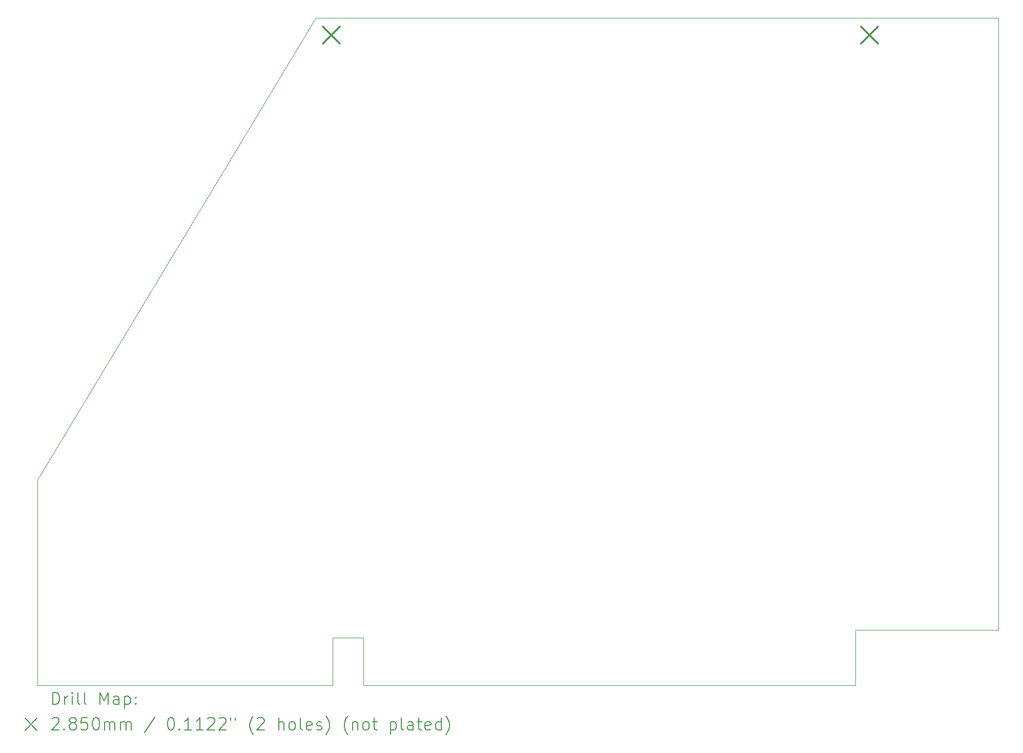
<source format=gbr>
%TF.GenerationSoftware,KiCad,Pcbnew,(6.0.11)*%
%TF.CreationDate,2023-06-06T08:43:58+02:00*%
%TF.ProjectId,DIN41612-ISA,44494e34-3136-4313-922d-4953412e6b69,rev?*%
%TF.SameCoordinates,Original*%
%TF.FileFunction,Drillmap*%
%TF.FilePolarity,Positive*%
%FSLAX45Y45*%
G04 Gerber Fmt 4.5, Leading zero omitted, Abs format (unit mm)*
G04 Created by KiCad (PCBNEW (6.0.11)) date 2023-06-06 08:43:58*
%MOMM*%
%LPD*%
G01*
G04 APERTURE LIST*
%ADD10C,0.100000*%
%ADD11C,0.200000*%
%ADD12C,0.285000*%
G04 APERTURE END LIST*
D10*
X23609300Y-14250000D02*
X21247100Y-14250000D01*
X21247100Y-15164400D01*
X13119100Y-15164400D01*
X13119100Y-14377000D01*
X12611100Y-14377000D01*
X12611100Y-15164400D01*
X7734300Y-15164400D01*
X7734300Y-11772900D01*
X12331700Y-4140800D01*
X23609300Y-4140800D01*
X23609300Y-14250000D01*
D11*
D12*
X12443200Y-4277700D02*
X12728200Y-4562700D01*
X12728200Y-4277700D02*
X12443200Y-4562700D01*
X21333200Y-4277700D02*
X21618200Y-4562700D01*
X21618200Y-4277700D02*
X21333200Y-4562700D01*
D11*
X7986919Y-15479876D02*
X7986919Y-15279876D01*
X8034538Y-15279876D01*
X8063109Y-15289400D01*
X8082157Y-15308448D01*
X8091681Y-15327495D01*
X8101205Y-15365590D01*
X8101205Y-15394162D01*
X8091681Y-15432257D01*
X8082157Y-15451305D01*
X8063109Y-15470352D01*
X8034538Y-15479876D01*
X7986919Y-15479876D01*
X8186919Y-15479876D02*
X8186919Y-15346543D01*
X8186919Y-15384638D02*
X8196443Y-15365590D01*
X8205967Y-15356067D01*
X8225014Y-15346543D01*
X8244062Y-15346543D01*
X8310728Y-15479876D02*
X8310728Y-15346543D01*
X8310728Y-15279876D02*
X8301205Y-15289400D01*
X8310728Y-15298924D01*
X8320252Y-15289400D01*
X8310728Y-15279876D01*
X8310728Y-15298924D01*
X8434538Y-15479876D02*
X8415490Y-15470352D01*
X8405967Y-15451305D01*
X8405967Y-15279876D01*
X8539300Y-15479876D02*
X8520252Y-15470352D01*
X8510729Y-15451305D01*
X8510729Y-15279876D01*
X8767871Y-15479876D02*
X8767871Y-15279876D01*
X8834538Y-15422733D01*
X8901205Y-15279876D01*
X8901205Y-15479876D01*
X9082157Y-15479876D02*
X9082157Y-15375114D01*
X9072633Y-15356067D01*
X9053586Y-15346543D01*
X9015490Y-15346543D01*
X8996443Y-15356067D01*
X9082157Y-15470352D02*
X9063110Y-15479876D01*
X9015490Y-15479876D01*
X8996443Y-15470352D01*
X8986919Y-15451305D01*
X8986919Y-15432257D01*
X8996443Y-15413209D01*
X9015490Y-15403686D01*
X9063110Y-15403686D01*
X9082157Y-15394162D01*
X9177395Y-15346543D02*
X9177395Y-15546543D01*
X9177395Y-15356067D02*
X9196443Y-15346543D01*
X9234538Y-15346543D01*
X9253586Y-15356067D01*
X9263110Y-15365590D01*
X9272633Y-15384638D01*
X9272633Y-15441781D01*
X9263110Y-15460828D01*
X9253586Y-15470352D01*
X9234538Y-15479876D01*
X9196443Y-15479876D01*
X9177395Y-15470352D01*
X9358348Y-15460828D02*
X9367871Y-15470352D01*
X9358348Y-15479876D01*
X9348824Y-15470352D01*
X9358348Y-15460828D01*
X9358348Y-15479876D01*
X9358348Y-15356067D02*
X9367871Y-15365590D01*
X9358348Y-15375114D01*
X9348824Y-15365590D01*
X9358348Y-15356067D01*
X9358348Y-15375114D01*
X7529300Y-15709400D02*
X7729300Y-15909400D01*
X7729300Y-15709400D02*
X7529300Y-15909400D01*
X7977395Y-15718924D02*
X7986919Y-15709400D01*
X8005967Y-15699876D01*
X8053586Y-15699876D01*
X8072633Y-15709400D01*
X8082157Y-15718924D01*
X8091681Y-15737971D01*
X8091681Y-15757019D01*
X8082157Y-15785590D01*
X7967871Y-15899876D01*
X8091681Y-15899876D01*
X8177395Y-15880828D02*
X8186919Y-15890352D01*
X8177395Y-15899876D01*
X8167871Y-15890352D01*
X8177395Y-15880828D01*
X8177395Y-15899876D01*
X8301205Y-15785590D02*
X8282157Y-15776067D01*
X8272633Y-15766543D01*
X8263109Y-15747495D01*
X8263109Y-15737971D01*
X8272633Y-15718924D01*
X8282157Y-15709400D01*
X8301205Y-15699876D01*
X8339300Y-15699876D01*
X8358348Y-15709400D01*
X8367871Y-15718924D01*
X8377395Y-15737971D01*
X8377395Y-15747495D01*
X8367871Y-15766543D01*
X8358348Y-15776067D01*
X8339300Y-15785590D01*
X8301205Y-15785590D01*
X8282157Y-15795114D01*
X8272633Y-15804638D01*
X8263109Y-15823686D01*
X8263109Y-15861781D01*
X8272633Y-15880828D01*
X8282157Y-15890352D01*
X8301205Y-15899876D01*
X8339300Y-15899876D01*
X8358348Y-15890352D01*
X8367871Y-15880828D01*
X8377395Y-15861781D01*
X8377395Y-15823686D01*
X8367871Y-15804638D01*
X8358348Y-15795114D01*
X8339300Y-15785590D01*
X8558348Y-15699876D02*
X8463110Y-15699876D01*
X8453586Y-15795114D01*
X8463110Y-15785590D01*
X8482157Y-15776067D01*
X8529776Y-15776067D01*
X8548824Y-15785590D01*
X8558348Y-15795114D01*
X8567871Y-15814162D01*
X8567871Y-15861781D01*
X8558348Y-15880828D01*
X8548824Y-15890352D01*
X8529776Y-15899876D01*
X8482157Y-15899876D01*
X8463110Y-15890352D01*
X8453586Y-15880828D01*
X8691681Y-15699876D02*
X8710729Y-15699876D01*
X8729776Y-15709400D01*
X8739300Y-15718924D01*
X8748824Y-15737971D01*
X8758348Y-15776067D01*
X8758348Y-15823686D01*
X8748824Y-15861781D01*
X8739300Y-15880828D01*
X8729776Y-15890352D01*
X8710729Y-15899876D01*
X8691681Y-15899876D01*
X8672633Y-15890352D01*
X8663110Y-15880828D01*
X8653586Y-15861781D01*
X8644062Y-15823686D01*
X8644062Y-15776067D01*
X8653586Y-15737971D01*
X8663110Y-15718924D01*
X8672633Y-15709400D01*
X8691681Y-15699876D01*
X8844062Y-15899876D02*
X8844062Y-15766543D01*
X8844062Y-15785590D02*
X8853586Y-15776067D01*
X8872633Y-15766543D01*
X8901205Y-15766543D01*
X8920252Y-15776067D01*
X8929776Y-15795114D01*
X8929776Y-15899876D01*
X8929776Y-15795114D02*
X8939300Y-15776067D01*
X8958348Y-15766543D01*
X8986919Y-15766543D01*
X9005967Y-15776067D01*
X9015490Y-15795114D01*
X9015490Y-15899876D01*
X9110729Y-15899876D02*
X9110729Y-15766543D01*
X9110729Y-15785590D02*
X9120252Y-15776067D01*
X9139300Y-15766543D01*
X9167871Y-15766543D01*
X9186919Y-15776067D01*
X9196443Y-15795114D01*
X9196443Y-15899876D01*
X9196443Y-15795114D02*
X9205967Y-15776067D01*
X9225014Y-15766543D01*
X9253586Y-15766543D01*
X9272633Y-15776067D01*
X9282157Y-15795114D01*
X9282157Y-15899876D01*
X9672633Y-15690352D02*
X9501205Y-15947495D01*
X9929776Y-15699876D02*
X9948824Y-15699876D01*
X9967871Y-15709400D01*
X9977395Y-15718924D01*
X9986919Y-15737971D01*
X9996443Y-15776067D01*
X9996443Y-15823686D01*
X9986919Y-15861781D01*
X9977395Y-15880828D01*
X9967871Y-15890352D01*
X9948824Y-15899876D01*
X9929776Y-15899876D01*
X9910729Y-15890352D01*
X9901205Y-15880828D01*
X9891681Y-15861781D01*
X9882157Y-15823686D01*
X9882157Y-15776067D01*
X9891681Y-15737971D01*
X9901205Y-15718924D01*
X9910729Y-15709400D01*
X9929776Y-15699876D01*
X10082157Y-15880828D02*
X10091681Y-15890352D01*
X10082157Y-15899876D01*
X10072633Y-15890352D01*
X10082157Y-15880828D01*
X10082157Y-15899876D01*
X10282157Y-15899876D02*
X10167871Y-15899876D01*
X10225014Y-15899876D02*
X10225014Y-15699876D01*
X10205967Y-15728448D01*
X10186919Y-15747495D01*
X10167871Y-15757019D01*
X10472633Y-15899876D02*
X10358348Y-15899876D01*
X10415490Y-15899876D02*
X10415490Y-15699876D01*
X10396443Y-15728448D01*
X10377395Y-15747495D01*
X10358348Y-15757019D01*
X10548824Y-15718924D02*
X10558348Y-15709400D01*
X10577395Y-15699876D01*
X10625014Y-15699876D01*
X10644062Y-15709400D01*
X10653586Y-15718924D01*
X10663110Y-15737971D01*
X10663110Y-15757019D01*
X10653586Y-15785590D01*
X10539300Y-15899876D01*
X10663110Y-15899876D01*
X10739300Y-15718924D02*
X10748824Y-15709400D01*
X10767871Y-15699876D01*
X10815490Y-15699876D01*
X10834538Y-15709400D01*
X10844062Y-15718924D01*
X10853586Y-15737971D01*
X10853586Y-15757019D01*
X10844062Y-15785590D01*
X10729776Y-15899876D01*
X10853586Y-15899876D01*
X10929776Y-15699876D02*
X10929776Y-15737971D01*
X11005967Y-15699876D02*
X11005967Y-15737971D01*
X11301205Y-15976067D02*
X11291681Y-15966543D01*
X11272633Y-15937971D01*
X11263109Y-15918924D01*
X11253586Y-15890352D01*
X11244062Y-15842733D01*
X11244062Y-15804638D01*
X11253586Y-15757019D01*
X11263109Y-15728448D01*
X11272633Y-15709400D01*
X11291681Y-15680828D01*
X11301205Y-15671305D01*
X11367871Y-15718924D02*
X11377395Y-15709400D01*
X11396443Y-15699876D01*
X11444062Y-15699876D01*
X11463109Y-15709400D01*
X11472633Y-15718924D01*
X11482157Y-15737971D01*
X11482157Y-15757019D01*
X11472633Y-15785590D01*
X11358348Y-15899876D01*
X11482157Y-15899876D01*
X11720252Y-15899876D02*
X11720252Y-15699876D01*
X11805967Y-15899876D02*
X11805967Y-15795114D01*
X11796443Y-15776067D01*
X11777395Y-15766543D01*
X11748824Y-15766543D01*
X11729776Y-15776067D01*
X11720252Y-15785590D01*
X11929776Y-15899876D02*
X11910728Y-15890352D01*
X11901205Y-15880828D01*
X11891681Y-15861781D01*
X11891681Y-15804638D01*
X11901205Y-15785590D01*
X11910728Y-15776067D01*
X11929776Y-15766543D01*
X11958348Y-15766543D01*
X11977395Y-15776067D01*
X11986919Y-15785590D01*
X11996443Y-15804638D01*
X11996443Y-15861781D01*
X11986919Y-15880828D01*
X11977395Y-15890352D01*
X11958348Y-15899876D01*
X11929776Y-15899876D01*
X12110728Y-15899876D02*
X12091681Y-15890352D01*
X12082157Y-15871305D01*
X12082157Y-15699876D01*
X12263109Y-15890352D02*
X12244062Y-15899876D01*
X12205967Y-15899876D01*
X12186919Y-15890352D01*
X12177395Y-15871305D01*
X12177395Y-15795114D01*
X12186919Y-15776067D01*
X12205967Y-15766543D01*
X12244062Y-15766543D01*
X12263109Y-15776067D01*
X12272633Y-15795114D01*
X12272633Y-15814162D01*
X12177395Y-15833209D01*
X12348824Y-15890352D02*
X12367871Y-15899876D01*
X12405967Y-15899876D01*
X12425014Y-15890352D01*
X12434538Y-15871305D01*
X12434538Y-15861781D01*
X12425014Y-15842733D01*
X12405967Y-15833209D01*
X12377395Y-15833209D01*
X12358348Y-15823686D01*
X12348824Y-15804638D01*
X12348824Y-15795114D01*
X12358348Y-15776067D01*
X12377395Y-15766543D01*
X12405967Y-15766543D01*
X12425014Y-15776067D01*
X12501205Y-15976067D02*
X12510728Y-15966543D01*
X12529776Y-15937971D01*
X12539300Y-15918924D01*
X12548824Y-15890352D01*
X12558348Y-15842733D01*
X12558348Y-15804638D01*
X12548824Y-15757019D01*
X12539300Y-15728448D01*
X12529776Y-15709400D01*
X12510728Y-15680828D01*
X12501205Y-15671305D01*
X12863109Y-15976067D02*
X12853586Y-15966543D01*
X12834538Y-15937971D01*
X12825014Y-15918924D01*
X12815490Y-15890352D01*
X12805967Y-15842733D01*
X12805967Y-15804638D01*
X12815490Y-15757019D01*
X12825014Y-15728448D01*
X12834538Y-15709400D01*
X12853586Y-15680828D01*
X12863109Y-15671305D01*
X12939300Y-15766543D02*
X12939300Y-15899876D01*
X12939300Y-15785590D02*
X12948824Y-15776067D01*
X12967871Y-15766543D01*
X12996443Y-15766543D01*
X13015490Y-15776067D01*
X13025014Y-15795114D01*
X13025014Y-15899876D01*
X13148824Y-15899876D02*
X13129776Y-15890352D01*
X13120252Y-15880828D01*
X13110728Y-15861781D01*
X13110728Y-15804638D01*
X13120252Y-15785590D01*
X13129776Y-15776067D01*
X13148824Y-15766543D01*
X13177395Y-15766543D01*
X13196443Y-15776067D01*
X13205967Y-15785590D01*
X13215490Y-15804638D01*
X13215490Y-15861781D01*
X13205967Y-15880828D01*
X13196443Y-15890352D01*
X13177395Y-15899876D01*
X13148824Y-15899876D01*
X13272633Y-15766543D02*
X13348824Y-15766543D01*
X13301205Y-15699876D02*
X13301205Y-15871305D01*
X13310728Y-15890352D01*
X13329776Y-15899876D01*
X13348824Y-15899876D01*
X13567871Y-15766543D02*
X13567871Y-15966543D01*
X13567871Y-15776067D02*
X13586919Y-15766543D01*
X13625014Y-15766543D01*
X13644062Y-15776067D01*
X13653586Y-15785590D01*
X13663109Y-15804638D01*
X13663109Y-15861781D01*
X13653586Y-15880828D01*
X13644062Y-15890352D01*
X13625014Y-15899876D01*
X13586919Y-15899876D01*
X13567871Y-15890352D01*
X13777395Y-15899876D02*
X13758348Y-15890352D01*
X13748824Y-15871305D01*
X13748824Y-15699876D01*
X13939300Y-15899876D02*
X13939300Y-15795114D01*
X13929776Y-15776067D01*
X13910728Y-15766543D01*
X13872633Y-15766543D01*
X13853586Y-15776067D01*
X13939300Y-15890352D02*
X13920252Y-15899876D01*
X13872633Y-15899876D01*
X13853586Y-15890352D01*
X13844062Y-15871305D01*
X13844062Y-15852257D01*
X13853586Y-15833209D01*
X13872633Y-15823686D01*
X13920252Y-15823686D01*
X13939300Y-15814162D01*
X14005967Y-15766543D02*
X14082157Y-15766543D01*
X14034538Y-15699876D02*
X14034538Y-15871305D01*
X14044062Y-15890352D01*
X14063109Y-15899876D01*
X14082157Y-15899876D01*
X14225014Y-15890352D02*
X14205967Y-15899876D01*
X14167871Y-15899876D01*
X14148824Y-15890352D01*
X14139300Y-15871305D01*
X14139300Y-15795114D01*
X14148824Y-15776067D01*
X14167871Y-15766543D01*
X14205967Y-15766543D01*
X14225014Y-15776067D01*
X14234538Y-15795114D01*
X14234538Y-15814162D01*
X14139300Y-15833209D01*
X14405967Y-15899876D02*
X14405967Y-15699876D01*
X14405967Y-15890352D02*
X14386919Y-15899876D01*
X14348824Y-15899876D01*
X14329776Y-15890352D01*
X14320252Y-15880828D01*
X14310728Y-15861781D01*
X14310728Y-15804638D01*
X14320252Y-15785590D01*
X14329776Y-15776067D01*
X14348824Y-15766543D01*
X14386919Y-15766543D01*
X14405967Y-15776067D01*
X14482157Y-15976067D02*
X14491681Y-15966543D01*
X14510728Y-15937971D01*
X14520252Y-15918924D01*
X14529776Y-15890352D01*
X14539300Y-15842733D01*
X14539300Y-15804638D01*
X14529776Y-15757019D01*
X14520252Y-15728448D01*
X14510728Y-15709400D01*
X14491681Y-15680828D01*
X14482157Y-15671305D01*
M02*

</source>
